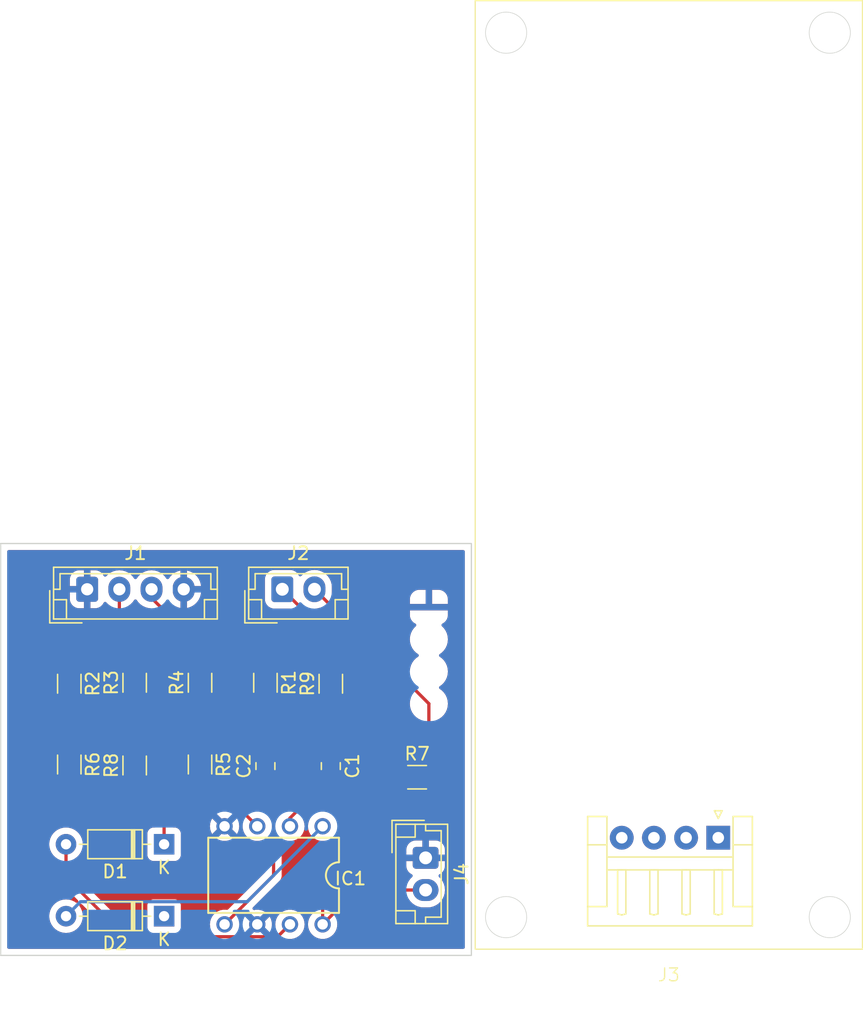
<source format=kicad_pcb>
(kicad_pcb (version 20221018) (generator pcbnew)
  (layers (0 "F.Cu" signal) (31 "B.Cu" signal) (34 "B.Paste" user) (35 "F.Paste" user) (36 "B.SilkS" user "B.Silkscreen") (37 "F.SilkS" user "F.Silkscreen") (38 "B.Mask" user) (39 "F.Mask" user) (44 "Edge.Cuts" user))
  (net 0 "")
  (net 1 "Net-(D1-K)")
  (net 2 "GND")
  (net 3 "Net-(C2-Pad1)")
  (net 4 "Net-(D1-A)")
  (net 5 "FALLA")
  (net 6 "Net-(D2-A)")
  (net 7 "Net-(IC1-Pad2)")
  (net 8 "Net-(IC1-Pad3)")
  (net 9 "VCC")
  (net 10 "Net-(J1-Pin_2)")
  (net 11 "Net-(J1-Pin_3)")
  (net 12 "GP26 (ADC0)")
  (net 13 "GP5")
  (net 14 "GP4")
  (net 15 "GFCI_TEST")
  (footprint "Diode_THT:D_DO-35_SOD27_P7.62mm_Horizontal" (layer "F.Cu") (at 36.576 42.672 180)
    (fp_text reference "D1" (at 3.81 -2.12) (layer "F.SilkS"))
    (fp_text value "1N4148")
    (fp_text user "K" (at 0 -1.8) (layer "F.SilkS"))
    (fp_line (start 1.04 0) (end 1.69 0) (stroke (width 0.12)) (layer "F.SilkS"))
    (fp_line (start 1.69 -1.12) (end 1.69 1.12) (stroke (width 0.12)) (layer "F.SilkS"))
    (fp_line (start 1.69 1.12) (end 5.93 1.12) (stroke (width 0.12)) (layer "F.SilkS"))
    (fp_line (start 2.29 -1.12) (end 2.29 1.12) (stroke (width 0.12)) (layer "F.SilkS"))
    (fp_line (start 2.41 -1.12) (end 2.41 1.12) (stroke (width 0.12)) (layer "F.SilkS"))
    (fp_line (start 2.53 -1.12) (end 2.53 1.12) (stroke (width 0.12)) (layer "F.SilkS"))
    (fp_line (start 5.93 -1.12) (end 1.69 -1.12) (stroke (width 0.12)) (layer "F.SilkS"))
    (fp_line (start 5.93 1.12) (end 5.93 -1.12) (stroke (width 0.12)) (layer "F.SilkS"))
    (fp_line (start 6.58 0) (end 5.93 0) (stroke (width 0.12)) (layer "F.SilkS"))
    (pad "1" thru_hole rect (at 0 0 180) (size 1.6 1.6) (drill 0.8) (layers "*.Cu" "*.Mask") (net 1 "Net-(D1-K)"))
    (pad "2" thru_hole oval (at 7.62 0 180) (size 1.6 1.6) (drill 0.8) (layers "*.Cu" "*.Mask") (net 4 "Net-(D1-A)"))
  )
  (footprint "Connector_JST:JST_EH_B2B-EH-A_1x02_P2.50mm_Vertical" (layer "F.Cu") (at 45.76 22.86)
    (fp_text reference "J2" (at 1.25 -2.8) (layer "F.SilkS"))
    (fp_text value "NTC 3950")
    (fp_line (start -2.91 0.11) (end -2.91 2.61) (stroke (width 0.12)) (layer "F.SilkS"))
    (fp_line (start -2.91 2.61) (end -0.41 2.61) (stroke (width 0.12)) (layer "F.SilkS"))
    (fp_line (start -2.61 -1.71) (end -2.61 2.31) (stroke (width 0.12)) (layer "F.SilkS"))
    (fp_line (start -2.61 0) (end -2.11 0) (stroke (width 0.12)) (layer "F.SilkS"))
    (fp_line (start -2.61 0.81) (end -1.61 0.81) (stroke (width 0.12)) (layer "F.SilkS"))
    (fp_line (start -2.61 2.31) (end 5.11 2.31) (stroke (width 0.12)) (layer "F.SilkS"))
    (fp_line (start -2.11 -1.21) (end 4.61 -1.21) (stroke (width 0.12)) (layer "F.SilkS"))
    (fp_line (start -2.11 0) (end -2.11 -1.21) (stroke (width 0.12)) (layer "F.SilkS"))
    (fp_line (start -1.61 0.81) (end -1.61 2.31) (stroke (width 0.12)) (layer "F.SilkS"))
    (fp_line (start 4.11 0.81) (end 4.11 2.31) (stroke (width 0.12)) (layer "F.SilkS"))
    (fp_line (start 4.61 -1.21) (end 4.61 0) (stroke (width 0.12)) (layer "F.SilkS"))
    (fp_line (start 4.61 0) (end 5.11 0) (stroke (width 0.12)) (layer "F.SilkS"))
    (fp_line (start 5.11 -1.71) (end -2.61 -1.71) (stroke (width 0.12)) (layer "F.SilkS"))
    (fp_line (start 5.11 0.81) (end 4.11 0.81) (stroke (width 0.12)) (layer "F.SilkS"))
    (fp_line (start 5.11 2.31) (end 5.11 -1.71) (stroke (width 0.12)) (layer "F.SilkS"))
    (pad "1" thru_hole roundrect (at 0 0) (size 1.7 2) (drill 1) (layers "*.Cu" "*.Mask") (roundrect_rratio 0.147059) (net 12 "GP26 (ADC0)"))
    (pad "2" thru_hole oval (at 2.5 0) (size 1.7 2) (drill 1) (layers "*.Cu" "*.Mask") (net 9 "VCC"))
  )
  (footprint "Capacitor_SMD:C_0805_2012Metric_Pad1.18x1.45mm_HandSolder" (layer "F.Cu") (at 49.53 36.5975 -90)
    (fp_text reference "C1" (at 0 -1.68 90) (layer "F.SilkS"))
    (fp_text value "10uF")
    (fp_line (start -0.261252 -0.735) (end 0.261252 -0.735) (stroke (width 0.12)) (layer "F.SilkS"))
    (fp_line (start -0.261252 0.735) (end 0.261252 0.735) (stroke (width 0.12)) (layer "F.SilkS"))
    (pad "1" smd roundrect (at -1.0375 0 270) (size 1.175 1.45) (layers "F.Cu" "F.Paste" "F.Mask") (roundrect_rratio 0.212766) (net 1 "Net-(D1-K)"))
    (pad "2" smd roundrect (at 1.0375 0 270) (size 1.175 1.45) (layers "F.Cu" "F.Paste" "F.Mask") (roundrect_rratio 0.212766) (net 2 "GND"))
  )
  (footprint "Resistor_SMD:R_1206_3216Metric_Pad1.30x1.75mm_HandSolder" (layer "F.Cu") (at 44.45 30.125 -90)
    (fp_text reference "R1" (at 0 -1.82 90) (layer "F.SilkS"))
    (fp_text value "330")
    (fp_line (start -0.727064 -0.91) (end 0.727064 -0.91) (stroke (width 0.12)) (layer "F.SilkS"))
    (fp_line (start -0.727064 0.91) (end 0.727064 0.91) (stroke (width 0.12)) (layer "F.SilkS"))
    (pad "1" smd roundrect (at -1.55 0 270) (size 1.3 1.75) (layers "F.Cu" "F.Paste" "F.Mask") (roundrect_rratio 0.192308) (net 11 "Net-(J1-Pin_3)"))
    (pad "2" smd roundrect (at 1.55 0 270) (size 1.3 1.75) (layers "F.Cu" "F.Paste" "F.Mask") (roundrect_rratio 0.192308) (net 15 "GFCI_TEST"))
  )
  (footprint "Connector_JST:JST_EH_B4B-EH-A_1x04_P2.50mm_Vertical" (layer "F.Cu") (at 30.6 22.86)
    (fp_text reference "J1" (at 3.75 -2.8) (layer "F.SilkS"))
    (fp_text value "GFCI")
    (fp_line (start -2.91 0.11) (end -2.91 2.61) (stroke (width 0.12)) (layer "F.SilkS"))
    (fp_line (start -2.91 2.61) (end -0.41 2.61) (stroke (width 0.12)) (layer "F.SilkS"))
    (fp_line (start -2.61 -1.71) (end -2.61 2.31) (stroke (width 0.12)) (layer "F.SilkS"))
    (fp_line (start -2.61 0) (end -2.11 0) (stroke (width 0.12)) (layer "F.SilkS"))
    (fp_line (start -2.61 0.81) (end -1.61 0.81) (stroke (width 0.12)) (layer "F.SilkS"))
    (fp_line (start -2.61 2.31) (end 10.11 2.31) (stroke (width 0.12)) (layer "F.SilkS"))
    (fp_line (start -2.11 -1.21) (end 9.61 -1.21) (stroke (width 0.12)) (layer "F.SilkS"))
    (fp_line (start -2.11 0) (end -2.11 -1.21) (stroke (width 0.12)) (layer "F.SilkS"))
    (fp_line (start -1.61 0.81) (end -1.61 2.31) (stroke (width 0.12)) (layer "F.SilkS"))
    (fp_line (start 9.11 0.81) (end 9.11 2.31) (stroke (width 0.12)) (layer "F.SilkS"))
    (fp_line (start 9.61 -1.21) (end 9.61 0) (stroke (width 0.12)) (layer "F.SilkS"))
    (fp_line (start 9.61 0) (end 10.11 0) (stroke (width 0.12)) (layer "F.SilkS"))
    (fp_line (start 10.11 -1.71) (end -2.61 -1.71) (stroke (width 0.12)) (layer "F.SilkS"))
    (fp_line (start 10.11 0.81) (end 9.11 0.81) (stroke (width 0.12)) (layer "F.SilkS"))
    (fp_line (start 10.11 2.31) (end 10.11 -1.71) (stroke (width 0.12)) (layer "F.SilkS"))
    (pad "1" thru_hole roundrect (at 0 0) (size 1.7 1.95) (drill 0.95) (layers "*.Cu" "*.Mask") (roundrect_rratio 0.147059) (net 2 "GND"))
    (pad "2" thru_hole oval (at 2.5 0) (size 1.7 1.95) (drill 0.95) (layers "*.Cu" "*.Mask") (net 10 "Net-(J1-Pin_2)"))
    (pad "3" thru_hole oval (at 5 0) (size 1.7 1.95) (drill 0.95) (layers "*.Cu" "*.Mask") (net 11 "Net-(J1-Pin_3)"))
    (pad "4" thru_hole oval (at 7.5 0) (size 1.7 1.95) (drill 0.95) (layers "*.Cu" "*.Mask") (net 2 "GND"))
  )
  (footprint "Resistor_SMD:R_1206_3216Metric_Pad1.30x1.75mm_HandSolder" (layer "F.Cu") (at 49.53 30.2 90)
    (fp_text reference "R9" (at 0 -1.82 90) (layer "F.SilkS"))
    (fp_text value "10k")
    (fp_line (start -0.727064 -0.91) (end 0.727064 -0.91) (stroke (width 0.12)) (layer "F.SilkS"))
    (fp_line (start -0.727064 0.91) (end 0.727064 0.91) (stroke (width 0.12)) (layer "F.SilkS"))
    (pad "1" smd roundrect (at -1.55 0 90) (size 1.3 1.75) (layers "F.Cu" "F.Paste" "F.Mask") (roundrect_rratio 0.192308) (net 2 "GND"))
    (pad "2" smd roundrect (at 1.55 0 90) (size 1.3 1.75) (layers "F.Cu" "F.Paste" "F.Mask") (roundrect_rratio 0.192308) (net 12 "GP26 (ADC0)"))
  )
  (footprint "Resistor_SMD:R_1206_3216Metric_Pad1.30x1.75mm_HandSolder" (layer "F.Cu") (at 34.29 36.55 90)
    (fp_text reference "R8" (at 0 -1.82 90) (layer "F.SilkS"))
    (fp_text value "10k")
    (fp_line (start -0.727064 -0.91) (end 0.727064 -0.91) (stroke (width 0.12)) (layer "F.SilkS"))
    (fp_line (start -0.727064 0.91) (end 0.727064 0.91) (stroke (width 0.12)) (layer "F.SilkS"))
    (pad "1" smd roundrect (at -1.55 0 90) (size 1.3 1.75) (layers "F.Cu" "F.Paste" "F.Mask") (roundrect_rratio 0.192308) (net 5 "FALLA"))
    (pad "2" smd roundrect (at 1.55 0 90) (size 1.3 1.75) (layers "F.Cu" "F.Paste" "F.Mask") (roundrect_rratio 0.192308) (net 2 "GND"))
  )
  (footprint "PZEM:PZEM" (layer "F.Cu") (at 75.801 53.324)
    (fp_text reference "J3" (at 0 -0.5 unlocked) (layer "F.SilkS") (effects (font (thickness 0.1))))
    (fp_text value "PZEM 004T 100A")
    (fp_line (start -6.315 -12.81) (end -4.815 -12.81) (stroke (width 0.12)) (layer "F.SilkS"))
    (fp_line (start -6.315 -5.81) (end -4.815 -5.81) (stroke (width 0.12)) (layer "F.SilkS"))
    (fp_line (start -6.315 -4.31) (end -6.315 -12.81) (stroke (width 0.12)) (layer "F.SilkS"))
    (fp_line (start -4.815 -12.81) (end -4.815 -10.61) (stroke (width 0.12)) (layer "F.SilkS"))
    (fp_line (start -4.815 -10.61) (end -6.315 -10.61) (stroke (width 0.12)) (layer "F.SilkS"))
    (fp_line (start -4.815 -5.81) (end -4.815 -10.61) (stroke (width 0.12)) (layer "F.SilkS"))
    (fp_line (start -3.985 -8.66) (end -3.665 -8.66) (stroke (width 0.12)) (layer "F.SilkS"))
    (fp_line (start -3.985 -5.24) (end -3.985 -8.66) (stroke (width 0.12)) (layer "F.SilkS"))
    (fp_line (start -3.665 -8.66) (end -3.345 -8.66) (stroke (width 0.12)) (layer "F.SilkS"))
    (fp_line (start -3.665 -5.16) (end -3.985 -5.24) (stroke (width 0.12)) (layer "F.SilkS"))
    (fp_line (start -3.345 -8.66) (end -3.345 -5.24) (stroke (width 0.12)) (layer "F.SilkS"))
    (fp_line (start -3.345 -5.24) (end -3.665 -5.16) (stroke (width 0.12)) (layer "F.SilkS"))
    (fp_line (start -1.485 -8.66) (end -1.165 -8.66) (stroke (width 0.12)) (layer "F.SilkS"))
    (fp_line (start -1.485 -5.24) (end -1.485 -8.66) (stroke (width 0.12)) (layer "F.SilkS"))
    (fp_line (start -1.165 -8.66) (end -0.845 -8.66) (stroke (width 0.12)) (layer "F.SilkS"))
    (fp_line (start -1.165 -5.16) (end -1.485 -5.24) (stroke (width 0.12)) (layer "F.SilkS"))
    (fp_line (start -0.845 -8.66) (end -0.845 -5.24) (stroke (width 0.12)) (layer "F.SilkS"))
    (fp_line (start -0.845 -5.24) (end -1.165 -5.16) (stroke (width 0.12)) (layer "F.SilkS"))
    (fp_line (start 1.015 -8.66) (end 1.335 -8.66) (stroke (width 0.12)) (layer "F.SilkS"))
    (fp_line (start 1.015 -5.24) (end 1.015 -8.66) (stroke (width 0.12)) (layer "F.SilkS"))
    (fp_line (start 1.335 -8.66) (end 1.655 -8.66) (stroke (width 0.12)) (layer "F.SilkS"))
    (fp_line (start 1.335 -5.16) (end 1.015 -5.24) (stroke (width 0.12)) (layer "F.SilkS"))
    (fp_line (start 1.655 -8.66) (end 1.655 -5.24) (stroke (width 0.12)) (layer "F.SilkS"))
    (fp_line (start 1.655 -5.24) (end 1.335 -5.16) (stroke (width 0.12)) (layer "F.SilkS"))
    (fp_line (start 3.515 -8.66) (end 3.835 -8.66) (stroke (width 0.12)) (layer "F.SilkS"))
    (fp_line (start 3.515 -5.24) (end 3.515 -8.66) (stroke (width 0.12)) (layer "F.SilkS"))
    (fp_line (start 3.535 -13.26) (end 3.835 -12.66) (stroke (width 0.12)) (layer "F.SilkS"))
    (fp_line (start 3.835 -12.66) (end 4.135 -13.26) (stroke (width 0.12)) (layer "F.SilkS"))
    (fp_line (start 3.835 -8.66) (end 4.155 -8.66) (stroke (width 0.12)) (layer "F.SilkS"))
    (fp_line (start 3.835 -5.16) (end 3.515 -5.24) (stroke (width 0.12)) (layer "F.SilkS"))
    (fp_line (start 4.135 -13.26) (end 3.535 -13.26) (stroke (width 0.12)) (layer "F.SilkS"))
    (fp_line (start 4.155 -8.66) (end 4.155 -5.24) (stroke (width 0.12)) (layer "F.SilkS"))
    (fp_line (start 4.155 -5.24) (end 3.835 -5.16) (stroke (width 0.12)) (layer "F.SilkS"))
    (fp_line (start 4.985 -12.81) (end 6.485 -12.81) (stroke (width 0.12)) (layer "F.SilkS"))
    (fp_line (start 4.985 -10.61) (end 4.985 -12.81) (stroke (width 0.12)) (layer "F.SilkS"))
    (fp_line (start 4.985 -10.61) (end 6.485 -10.61) (stroke (width 0.12)) (layer "F.SilkS"))
    (fp_line (start 4.985 -9.66) (end -4.815 -9.66) (stroke (width 0.12)) (layer "F.SilkS"))
    (fp_line (start 4.985 -8.66) (end -4.815 -8.66) (stroke (width 0.12)) (layer "F.SilkS"))
    (fp_line (start 4.985 -5.81) (end 4.985 -10.61) (stroke (width 0.12)) (layer "F.SilkS"))
    (fp_line (start 6.485 -12.81) (end 6.485 -4.31) (stroke (width 0.12)) (layer "F.SilkS"))
    (fp_line (start 6.485 -5.81) (end 4.985 -5.81) (stroke (width 0.12)) (layer "F.SilkS"))
    (fp_line (start 6.485 -4.31) (end -6.315 -4.31) (stroke (width 0.12)) (layer "F.SilkS"))
    (fp_rect (start -15.05 -76.2) (end 15.04 -2.5) (stroke (width 0.1)) (fill none) (layer "F.SilkS"))
    (fp_circle (center -12.65 -73.71) (end -11.05 -73.71) (stroke (width 0.05)) (fill none) (layer "Edge.Cuts"))
    (fp_circle (center -12.65 -4.99) (end -11.05 -4.99) (stroke (width 0.05)) (fill none) (layer "Edge.Cuts"))
    (fp_circle (center 12.5 -73.71) (end 14.1 -73.71) (stroke (width 0.05)) (fill none) (layer "Edge.Cuts"))
    (fp_circle (center 12.5 -4.99) (end 14.1 -4.99) (stroke (width 0.05)) (fill none) (layer "Edge.Cuts"))
    (pad "1" thru_hole rect (at 3.835 -11.16 180) (size 1.85 1.85) (drill 0.9) (layers "*.Cu" "*.Mask") (net 2 "GND"))
    (pad "2" thru_hole circle (at 1.335 -11.16 180) (size 1.85 1.85) (drill 0.9) (layers "*.Cu" "*.Mask") (net 13 "GP5"))
    (pad "3" thru_hole circle (at -1.165 -11.16 180) (size 1.85 1.85) (drill 0.9) (layers "*.Cu" "*.Mask") (net 14 "GP4"))
    (pad "4" thru_hole circle (at -3.665 -11.16 180) (size 1.85 1.85) (drill 0.9) (layers "*.Cu" "*.Mask") (net 9 "VCC"))
  )
  (footprint "LF353:DIL08" (layer "F.Cu") (at 45.085 45.085 180)
    (fp_text reference "IC1" (at -5.969 -0.254) (layer "F.SilkS"))
    (fp_text value "LF353")
    (fp_line (start -5.08 -2.921) (end -5.08 -1.016) (stroke (width 0.1524)) (layer "F.SilkS"))
    (fp_line (start -5.08 2.921) (end -5.08 1.016) (stroke (width 0.1524)) (layer "F.SilkS"))
    (fp_line (start -5.08 2.921) (end 5.08 2.921) (stroke (width 0.1524)) (layer "F.SilkS"))
    (fp_line (start 5.08 -2.921) (end -5.08 -2.921) (stroke (width 0.1524)) (layer "F.SilkS"))
    (fp_line (start 5.08 -2.921) (end 5.08 2.921) (stroke (width 0.1524)) (layer "F.SilkS"))
    (fp_arc (start -5.08 -1.016) (mid -4.064 0) (end -5.08 1.016) (stroke (width 0.1524)) (layer "F.SilkS"))
    (pad "1" thru_hole circle (at -3.81 3.81 180) (size 1.27 1.27) (drill 0.8128) (layers "*.Cu" "*.Mask") (net 6 "Net-(D2-A)"))
    (pad "2" thru_hole circle (at -1.27 3.81 180) (size 1.27 1.27) (drill 0.8128) (layers "*.Cu" "*.Mask") (net 7 "Net-(IC1-Pad2)"))
    (pad "3" thru_hole circle (at 1.27 3.81 180) (size 1.27 1.27) (drill 0.8128) (layers "*.Cu" "*.Mask") (net 8 "Net-(IC1-Pad3)"))
    (pad "4" thru_hole circle (at 3.81 3.81 180) (size 1.27 1.27) (drill 0.8128) (layers "*.Cu" "*.Mask") (net 2 "GND"))
    (pad "5" thru_hole circle (at 3.81 -3.81 180) (size 1.27 1.27) (drill 0.8128) (layers "*.Cu" "*.Mask") (net 3 "Net-(C2-Pad1)"))
    (pad "6" thru_hole circle (at 1.27 -3.81 180) (size 1.27 1.27) (drill 0.8128) (layers "*.Cu" "*.Mask") (net 2 "GND"))
    (pad "7" thru_hole circle (at -1.27 -3.81 180) (size 1.27 1.27) (drill 0.8128) (layers "*.Cu" "*.Mask") (net 4 "Net-(D1-A)"))
    (pad "8" thru_hole circle (at -3.81 -3.81 180) (size 1.27 1.27) (drill 0.8128) (layers "*.Cu" "*.Mask") (net 9 "VCC"))
  )
  (footprint "Resistor_SMD:R_1206_3216Metric_Pad1.30x1.75mm_HandSolder" (layer "F.Cu") (at 29.21 30.2 -90)
    (fp_text reference "R2" (at 0 -1.82 90) (layer "F.SilkS"))
    (fp_text value "412")
    (fp_line (start -0.727064 -0.91) (end 0.727064 -0.91) (stroke (width 0.12)) (layer "F.SilkS"))
    (fp_line (start -0.727064 0.91) (end 0.727064 0.91) (stroke (width 0.12)) (layer "F.SilkS"))
    (pad "1" smd roundrect (at -1.55 0 270) (size 1.3 1.75) (layers "F.Cu" "F.Paste" "F.Mask") (roundrect_rratio 0.192308) (net 10 "Net-(J1-Pin_2)"))
    (pad "2" smd roundrect (at 1.55 0 270) (size 1.3 1.75) (layers "F.Cu" "F.Paste" "F.Mask") (roundrect_rratio 0.192308) (net 2 "GND"))
  )
  (footprint "Capacitor_SMD:C_0805_2012Metric_Pad1.18x1.45mm_HandSolder" (layer "F.Cu") (at 44.45 36.5975 90)
    (fp_text reference "C2" (at 0 -1.68 90) (layer "F.SilkS"))
    (fp_text value "0.1 uF")
    (fp_line (start -0.261252 -0.735) (end 0.261252 -0.735) (stroke (width 0.12)) (layer "F.SilkS"))
    (fp_line (start -0.261252 0.735) (end 0.261252 0.735) (stroke (width 0.12)) (layer "F.SilkS"))
    (pad "1" smd roundrect (at -1.0375 0 90) (size 1.175 1.45) (layers "F.Cu" "F.Paste" "F.Mask") (roundrect_rratio 0.212766) (net 3 "Net-(C2-Pad1)"))
    (pad "2" smd roundrect (at 1.0375 0 90) (size 1.175 1.45) (layers "F.Cu" "F.Paste" "F.Mask") (roundrect_rratio 0.212766) (net 1 "Net-(D1-K)"))
  )
  (footprint "Diode_THT:D_DO-35_SOD27_P7.62mm_Horizontal" (layer "F.Cu") (at 36.576 48.26 180)
    (fp_text reference "D2" (at 3.81 -2.12) (layer "F.SilkS"))
    (fp_text value "1N4148")
    (fp_text user "K" (at 0 -1.8) (layer "F.SilkS"))
    (fp_line (start 1.04 0) (end 1.69 0) (stroke (width 0.12)) (layer "F.SilkS"))
    (fp_line (start 1.69 -1.12) (end 1.69 1.12) (stroke (width 0.12)) (layer "F.SilkS"))
    (fp_line (start 1.69 1.12) (end 5.93 1.12) (stroke (width 0.12)) (layer "F.SilkS"))
    (fp_line (start 2.29 -1.12) (end 2.29 1.12) (stroke (width 0.12)) (layer "F.SilkS"))
    (fp_line (start 2.41 -1.12) (end 2.41 1.12) (stroke (width 0.12)) (layer "F.SilkS"))
    (fp_line (start 2.53 -1.12) (end 2.53 1.12) (stroke (width 0.12)) (layer "F.SilkS"))
    (fp_line (start 5.93 -1.12) (end 1.69 -1.12) (stroke (width 0.12)) (layer "F.SilkS"))
    (fp_line (start 5.93 1.12) (end 5.93 -1.12) (stroke (width 0.12)) (layer "F.SilkS"))
    (fp_line (start 6.58 0) (end 5.93 0) (stroke (width 0.12)) (layer "F.SilkS"))
    (pad "1" thru_hole rect (at 0 0 180) (size 1.6 1.6) (drill 0.8) (layers "*.Cu" "*.Mask") (net 5 "FALLA"))
    (pad "2" thru_hole oval (at 7.62 0 180) (size 1.6 1.6) (drill 0.8) (layers "*.Cu" "*.Mask") (net 6 "Net-(D2-A)"))
  )
  (footprint "Resistor_SMD:R_1206_3216Metric_Pad1.30x1.75mm_HandSolder" (layer "F.Cu") (at 39.37 30.125 90)
    (fp_text reference "R4" (at 0 -1.82 90) (layer "F.SilkS"))
    (fp_text value "100k")
    (fp_line (start -0.727064 -0.91) (end 0.727064 -0.91) (stroke (width 0.12)) (layer "F.SilkS"))
    (fp_line (start -0.727064 0.91) (end 0.727064 0.91) (stroke (width 0.12)) (layer "F.SilkS"))
    (pad "1" smd roundrect (at -1.55 0 90) (size 1.3 1.75) (layers "F.Cu" "F.Paste" "F.Mask") (roundrect_rratio 0.192308) (net 3 "Net-(C2-Pad1)"))
    (pad "2" smd roundrect (at 1.55 0 90) (size 1.3 1.75) (layers "F.Cu" "F.Paste" "F.Mask") (roundrect_rratio 0.192308) (net 1 "Net-(D1-K)"))
  )
  (footprint "Resistor_SMD:R_1206_3216Metric_Pad1.30x1.75mm_HandSolder" (layer "F.Cu") (at 34.29 30.125 90)
    (fp_text reference "R3" (at 0 -1.82 90) (layer "F.SilkS"))
    (fp_text value "1k")
    (fp_line (start -0.727064 -0.91) (end 0.727064 -0.91) (stroke (width 0.12)) (layer "F.SilkS"))
    (fp_line (start -0.727064 0.91) (end 0.727064 0.91) (stroke (width 0.12)) (layer "F.SilkS"))
    (pad "1" smd roundrect (at -1.55 0 90) (size 1.3 1.75) (layers "F.Cu" "F.Paste" "F.Mask") (roundrect_rratio 0.192308) (net 3 "Net-(C2-Pad1)"))
    (pad "2" smd roundrect (at 1.55 0 90) (size 1.3 1.75) (layers "F.Cu" "F.Paste" "F.Mask") (roundrect_rratio 0.192308) (net 10 "Net-(J1-Pin_2)"))
  )
  (footprint "Resistor_SMD:R_1206_3216Metric_Pad1.30x1.75mm_HandSolder" (layer "F.Cu") (at 29.21 36.475 -90)
    (fp_text reference "R6" (at 0 -1.82 90) (layer "F.SilkS"))
    (fp_text value "20k")
    (fp_line (start -0.727064 -0.91) (end 0.727064 -0.91) (stroke (width 0.12)) (layer "F.SilkS"))
    (fp_line (start -0.727064 0.91) (end 0.727064 0.91) (stroke (width 0.12)) (layer "F.SilkS"))
    (pad "1" smd roundrect (at -1.55 0 270) (size 1.3 1.75) (layers "F.Cu" "F.Paste" "F.Mask") (roundrect_rratio 0.192308) (net 2 "GND"))
    (pad "2" smd roundrect (at 1.55 0 270) (size 1.3 1.75) (layers "F.Cu" "F.Paste" "F.Mask") (roundrect_rratio 0.192308) (net 7 "Net-(IC1-Pad2)"))
  )
  (footprint "Connector_JST:JST_EH_B2B-EH-A_1x02_P2.50mm_Vertical" (layer "F.Cu") (at 56.896 43.728 -90)
    (fp_text reference "J4" (at 1.25 -2.8 90) (layer "F.SilkS"))
    (fp_text value "ALIMENTACION")
    (fp_line (start -2.91 0.11) (end -2.91 2.61) (stroke (width 0.12)) (layer "F.SilkS"))
    (fp_line (start -2.91 2.61) (end -0.41 2.61) (stroke (width 0.12)) (layer "F.SilkS"))
    (fp_line (start -2.61 -1.71) (end -2.61 2.31) (stroke (width 0.12)) (layer "F.SilkS"))
    (fp_line (start -2.61 0) (end -2.11 0) (stroke (width 0.12)) (layer "F.SilkS"))
    (fp_line (start -2.61 0.81) (end -1.61 0.81) (stroke (width 0.12)) (layer "F.SilkS"))
    (fp_line (start -2.61 2.31) (end 5.11 2.31) (stroke (width 0.12)) (layer "F.SilkS"))
    (fp_line (start -2.11 -1.21) (end 4.61 -1.21) (stroke (width 0.12)) (layer "F.SilkS"))
    (fp_line (start -2.11 0) (end -2.11 -1.21) (stroke (width 0.12)) (layer "F.SilkS"))
    (fp_line (start -1.61 0.81) (end -1.61 2.31) (stroke (width 0.12)) (layer "F.SilkS"))
    (fp_line (start 4.11 0.81) (end 4.11 2.31) (stroke (width 0.12)) (layer "F.SilkS"))
    (fp_line (start 4.61 -1.21) (end 4.61 0) (stroke (width 0.12)) (layer "F.SilkS"))
    (fp_line (start 4.61 0) (end 5.11 0) (stroke (width 0.12)) (layer "F.SilkS"))
    (fp_line (start 5.11 -1.71) (end -2.61 -1.71) (stroke (width 0.12)) (layer "F.SilkS"))
    (fp_line (start 5.11 0.81) (end 4.11 0.81) (stroke (width 0.12)) (layer "F.SilkS"))
    (fp_line (start 5.11 2.31) (end 5.11 -1.71) (stroke (width 0.12)) (layer "F.SilkS"))
    (pad "1" thru_hole roundrect (at 0 0 270) (size 1.7 2) (drill 1) (layers "*.Cu" "*.Mask") (roundrect_rratio 0.147059) (net 2 "GND"))
    (pad "2" thru_hole oval (at 2.5 0 270) (size 1.7 2) (drill 1) (layers "*.Cu" "*.Mask") (net 9 "VCC"))
  )
  (footprint "Resistor_SMD:R_1206_3216Metric_Pad1.30x1.75mm_HandSolder" (layer "F.Cu") (at 56.235 37.465)
    (fp_text reference "R7" (at 0 -1.82) (layer "F.SilkS"))
    (fp_text value "100k")
    (fp_line (start -0.727064 -0.91) (end 0.727064 -0.91) (stroke (width 0.12)) (layer "F.SilkS"))
    (fp_line (start -0.727064 0.91) (end 0.727064 0.91) (stroke (width 0.12)) (layer "F.SilkS"))
    (pad "1" smd roundrect (at -1.55 0) (size 1.3 1.75) (layers "F.Cu" "F.Paste" "F.Mask") (roundrect_rratio 0.192308) (net 7 "Net-(IC1-Pad2)"))
    (pad "2" smd roundrect (at 1.55 0) (size 1.3 1.75) (layers "F.Cu" "F.Paste" "F.Mask") (roundrect_rratio 0.192308) (net 9 "VCC"))
  )
  (footprint "Resistor_SMD:R_1206_3216Metric_Pad1.30x1.75mm_HandSolder" (layer "F.Cu") (at 39.37 36.475 -90)
    (fp_text reference "R5" (at 0 -1.82 90) (layer "F.SilkS"))
    (fp_text value "100")
    (fp_line (start -0.727064 -0.91) (end 0.727064 -0.91) (stroke (width 0.12)) (layer "F.SilkS"))
    (fp_line (start -0.727064 0.91) (end 0.727064 0.91) (stroke (width 0.12)) (layer "F.SilkS"))
    (pad "1" smd roundrect (at -1.55 0 270) (size 1.3 1.75) (layers "F.Cu" "F.Paste" "F.Mask") (roundrect_rratio 0.192308) (net 1 "Net-(D1-K)"))
    (pad "2" smd roundrect (at 1.55 0 270) (size 1.3 1.75) (layers "F.Cu" "F.Paste" "F.Mask") (roundrect_rratio 0.192308) (net 8 "Net-(IC1-Pad3)"))
  )
  (gr_rect (start 23.876 19.304) (end 60.452 51.308) (stroke (width 0.1)) (fill none) (layer "Edge.Cuts"))
  (segment (start 36.576 37.719) (end 39.37 34.925) (width 0.25) (layer "F.Cu") (net 1))
  (segment (start 44.45 35.56) (end 49.53 35.56) (width 0.25) (layer "F.Cu") (net 1))
  (segment (start 43.815 34.925) (end 39.37 34.925) (width 0.25) (layer "F.Cu") (net 1))
  (segment (start 36.576 42.672) (end 36.576 37.719) (width 0.25) (layer "F.Cu") (net 1))
  (segment (start 44.45 35.56) (end 43.815 34.925) (width 0.25) (layer "F.Cu") (net 1))
  (segment (start 51.308 39.116) (end 50.869 39.555) (width 0.25) (layer "F.Cu") (net 3))
  (segment (start 46.37 39.555) (end 44.45 37.635) (width 0.25) (layer "F.Cu") (net 3))
  (segment (start 45.085 38.27) (end 45.085 45.085) (width 0.25) (layer "F.Cu") (net 3))
  (segment (start 50.869 39.555) (end 46.37 39.555) (width 0.25) (layer "F.Cu") (net 3))
  (segment (start 44.45 37.635) (end 45.085 38.27) (width 0.25) (layer "F.Cu") (net 3))
  (segment (start 45.085 45.085) (end 41.275 48.895) (width 0.25) (layer "F.Cu") (net 3))
  (segment (start 51.308 34.544) (end 51.308 39.116) (width 0.25) (layer "F.Cu") (net 3))
  (segment (start 34.29 31.675) (end 39.37 31.675) (width 0.25) (layer "F.Cu") (net 3))
  (segment (start 39.37 31.675) (end 41.731 34.036) (width 0.25) (layer "F.Cu") (net 3))
  (segment (start 41.731 34.036) (end 50.8 34.036) (width 0.25) (layer "F.Cu") (net 3))
  (segment (start 50.8 34.036) (end 51.308 34.544) (width 0.25) (layer "F.Cu") (net 3))
  (segment (start 28.956 45.212) (end 28.956 42.672) (width 0.25) (layer "F.Cu") (net 4))
  (segment (start 33.599 49.855) (end 28.956 45.212) (width 0.25) (layer "F.Cu") (net 4))
  (segment (start 46.355 48.895) (end 45.395 49.855) (width 0.25) (layer "F.Cu") (net 4))
  (segment (start 45.395 49.855) (end 33.599 49.855) (width 0.25) (layer "F.Cu") (net 4))
  (segment (start 30.081 47.135) (end 28.956 48.26) (width 0.25) (layer "B.Cu") (net 6))
  (segment (start 43.035 47.135) (end 30.081 47.135) (width 0.25) (layer "B.Cu") (net 6))
  (segment (start 48.895 41.275) (end 43.035 47.135) (width 0.25) (layer "B.Cu") (net 6))
  (segment (start 42.164 33.528) (end 41.148 32.512) (width 0.25) (layer "F.Cu") (net 7))
  (segment (start 46.99 40.005) (end 52.145 40.005) (width 0.25) (layer "F.Cu") (net 7))
  (segment (start 50.928396 33.528) (end 42.164 33.528) (width 0.25) (layer "F.Cu") (net 7))
  (segment (start 41.148 32.512) (end 41.148 30.988) (width 0.25) (layer "F.Cu") (net 7))
  (segment (start 30.555 38.025) (end 29.21 38.025) (width 0.25) (layer "F.Cu") (net 7))
  (segment (start 33.02 30.48) (end 32.512 30.988) (width 0.25) (layer "F.Cu") (net 7))
  (segment (start 46.355 41.275) (end 46.355 40.64) (width 0.25) (layer "F.Cu") (net 7))
  (segment (start 41.148 30.988) (end 40.64 30.48) (width 0.25) (layer "F.Cu") (net 7))
  (segment (start 52.145 40.005) (end 54.685 37.465) (width 0.25) (layer "F.Cu") (net 7))
  (segment (start 32.512 36.068) (end 30.555 38.025) (width 0.25) (layer "F.Cu") (net 7))
  (segment (start 54.685 37.284604) (end 50.928396 33.528) (width 0.25) (layer "F.Cu") (net 7))
  (segment (start 46.355 40.64) (end 46.99 40.005) (width 0.25) (layer "F.Cu") (net 7))
  (segment (start 54.685 37.465) (end 54.685 37.284604) (width 0.25) (layer "F.Cu") (net 7))
  (segment (start 40.64 30.48) (end 33.02 30.48) (width 0.25) (layer "F.Cu") (net 7))
  (segment (start 32.512 30.988) (end 32.512 36.068) (width 0.25) (layer "F.Cu") (net 7))
  (segment (start 41.35 40.005) (end 42.545 40.005) (width 0.25) (layer "F.Cu") (net 8))
  (segment (start 39.37 38.025) (end 41.35 40.005) (width 0.25) (layer "F.Cu") (net 8))
  (segment (start 42.545 40.005) (end 43.815 41.275) (width 0.25) (layer "F.Cu") (net 8))
  (segment (start 48.895 48.895) (end 48.895 43.815) (width 0.25) (layer "F.Cu") (net 9))
  (segment (start 48.895 43.815) (end 50.8 41.91) (width 0.25) (layer "F.Cu") (net 9))
  (segment (start 57.15 36.83) (end 57.785 37.465) (width 0.25) (layer "F.Cu") (net 9))
  (segment (start 57.15 31.75) (end 57.15 36.83) (width 0.25) (layer "F.Cu") (net 9))
  (segment (start 53.378198 39.408198) (end 55.841802 39.408198) (width 0.25) (layer "F.Cu") (net 9))
  (segment (start 57.15 31.75) (end 48.26 22.86) (width 0.25) (layer "F.Cu") (net 9))
  (segment (start 50.8 41.91) (end 50.876396 41.91) (width 0.25) (layer "F.Cu") (net 9))
  (segment (start 56.896 46.228) (end 51.562 46.228) (width 0.25) (layer "F.Cu") (net 9))
  (segment (start 51.562 46.228) (end 48.895 48.895) (width 0.25) (layer "F.Cu") (net 9))
  (segment (start 55.841802 39.408198) (end 57.785 37.465) (width 0.25) (layer "F.Cu") (net 9))
  (segment (start 50.876396 41.91) (end 53.378198 39.408198) (width 0.25) (layer "F.Cu") (net 9))
  (segment (start 33.1 27.305) (end 33.1 27.385) (width 0.25) (layer "F.Cu") (net 10))
  (segment (start 29.21 28.65) (end 31.755 28.65) (width 0.25) (layer "F.Cu") (net 10))
  (segment (start 33.1 27.385) (end 34.29 28.575) (width 0.25) (layer "F.Cu") (net 10))
  (segment (start 31.755 28.65) (end 33.1 27.305) (width 0.25) (layer "F.Cu") (net 10))
  (segment (start 33.1 22.86) (end 33.1 27.305) (width 0.25) (layer "F.Cu") (net 10))
  (segment (start 44.45 28.575) (end 41.91 26.035) (width 0.25) (layer "F.Cu") (net 11))
  (segment (start 38.1 26.035) (end 35.6 23.535) (width 0.25) (layer "F.Cu") (net 11))
  (segment (start 35.6 23.535) (end 35.6 22.86) (width 0.25) (layer "F.Cu") (net 11))
  (segment (start 41.91 26.035) (end 38.1 26.035) (width 0.25) (layer "F.Cu") (net 11))
  (segment (start 49.53 26.63) (end 45.76 22.86) (width 0.25) (layer "F.Cu") (net 12))
  (segment (start 49.53 28.65) (end 49.53 26.63) (width 0.25) (layer "F.Cu") (net 12))
  (zone (net 2) (net_name "GND") (layers "F&B.Cu") (connect_pads (clearance 0.5)) (min_thickness 0.25) (fill yes (thermal_gap 0.5) (thermal_bridge_width 0.5))
    (polygon (pts (xy 24.384 19.812) (xy 59.944 19.812) (xy 59.944 50.8) (xy 24.384 50.8)))
  )
)
</source>
